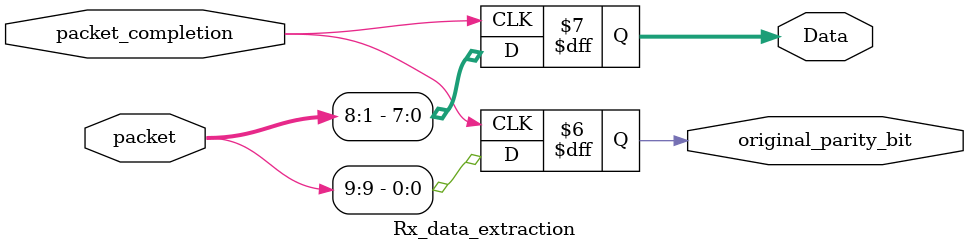
<source format=v>
`timescale 1ns/1ps

module Rx_data_extraction(
  
  input [10:0] packet,
  input packet_completion,
  
  output reg original_parity_bit = 0, //The parity bit which was calculated during the transmission.
  output reg [7:0] Data = 0
  
);
  
  integer i = 0;
  always @ (posedge packet_completion) 
    begin
        original_parity_bit <= packet[9];
        for(i = 0 ; i<8 ; i = i + 1)
           begin
             Data[i] = packet[i + 1]; // Data extraction.
           end      
    end
endmodule
</source>
